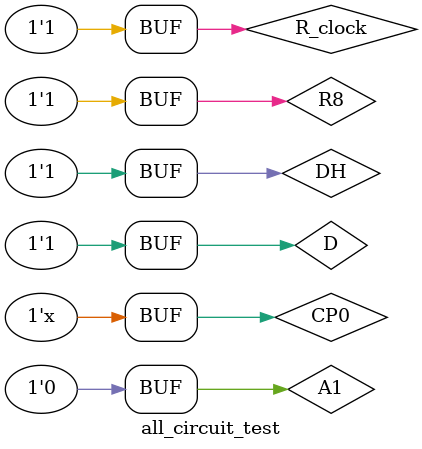
<source format=v>
module all_circuit_test();
reg CP0,R_clock,R8,D,DH,A1;
wire P1,P1B,CPL0;

All_Circuit	AA1(.CP0(CP0),.R8(R8),.R_clock(R_clock),.D(D),.DH(DH),.A1(A1),.P1(P1),.P1B(P1B),.CPL0(CPL0));

initial
begin
CP0=0;
R8=0;
R_clock=0;
DH=1;
#5 R_clock=1;
   R8=1;
end

initial
begin
D=1;
#40063 D=0;
#7000 D=1;
#40000 D=1;
#40000 D=1;
#7000 D=1;
#20000 D=0;
#10000 D=1;
end

initial
begin
A1=1;
#63 A1=0;
end

/*initial
begin
L3=0;
#60 L3=1;
#5 L3=0;
end*/

always
begin
#5 CP0=~CP0;
end

/*always
begin
#500 L3=~L3;
end*/


endmodule
</source>
